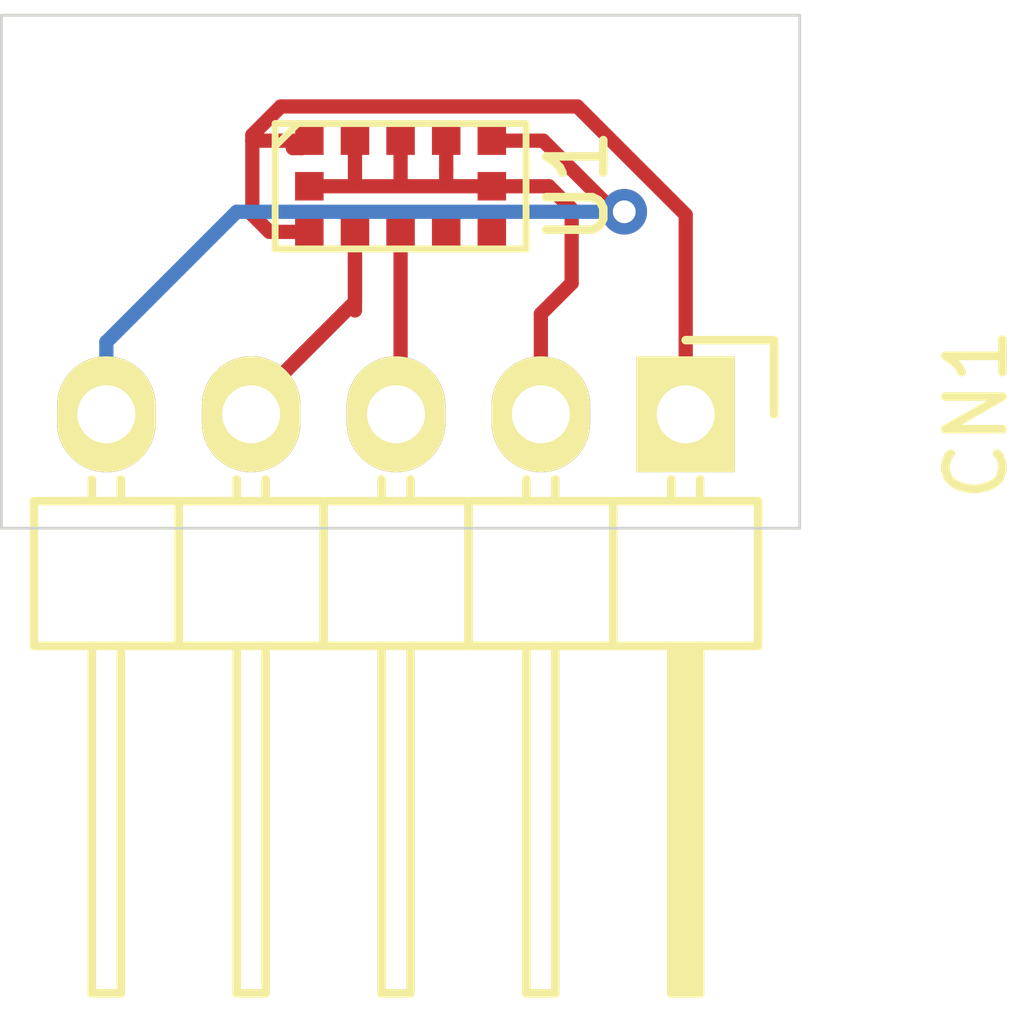
<source format=kicad_pcb>
(kicad_pcb (version 20171130) (host pcbnew 5.1.5-52549c5~84~ubuntu18.04.1)

  (general
    (thickness 1.6)
    (drawings 4)
    (tracks 39)
    (zones 0)
    (modules 2)
    (nets 6)
  )

  (page A4)
  (layers
    (0 F.Cu signal)
    (31 B.Cu signal)
    (32 B.Adhes user)
    (33 F.Adhes user)
    (34 B.Paste user)
    (35 F.Paste user)
    (36 B.SilkS user)
    (37 F.SilkS user)
    (38 B.Mask user)
    (39 F.Mask user)
    (40 Dwgs.User user)
    (41 Cmts.User user)
    (42 Eco1.User user)
    (43 Eco2.User user)
    (44 Edge.Cuts user)
    (45 Margin user)
    (46 B.CrtYd user)
    (47 F.CrtYd user)
    (48 B.Fab user)
    (49 F.Fab user)
  )

  (setup
    (last_trace_width 0.25)
    (trace_clearance 0.2)
    (zone_clearance 0.508)
    (zone_45_only no)
    (trace_min 0.2)
    (via_size 0.8)
    (via_drill 0.4)
    (via_min_size 0.4)
    (via_min_drill 0.3)
    (uvia_size 0.3)
    (uvia_drill 0.1)
    (uvias_allowed no)
    (uvia_min_size 0.2)
    (uvia_min_drill 0.1)
    (edge_width 0.05)
    (segment_width 0.2)
    (pcb_text_width 0.3)
    (pcb_text_size 1.5 1.5)
    (mod_edge_width 0.12)
    (mod_text_size 1 1)
    (mod_text_width 0.15)
    (pad_size 1.524 1.524)
    (pad_drill 0.762)
    (pad_to_mask_clearance 0.051)
    (solder_mask_min_width 0.25)
    (aux_axis_origin 0 0)
    (grid_origin 180.9 112)
    (visible_elements FFFFFF7F)
    (pcbplotparams
      (layerselection 0x010fc_ffffffff)
      (usegerberextensions false)
      (usegerberattributes false)
      (usegerberadvancedattributes false)
      (creategerberjobfile false)
      (excludeedgelayer true)
      (linewidth 0.100000)
      (plotframeref false)
      (viasonmask false)
      (mode 1)
      (useauxorigin false)
      (hpglpennumber 1)
      (hpglpenspeed 20)
      (hpglpendiameter 15.000000)
      (psnegative false)
      (psa4output false)
      (plotreference true)
      (plotvalue true)
      (plotinvisibletext false)
      (padsonsilk false)
      (subtractmaskfromsilk false)
      (outputformat 1)
      (mirror false)
      (drillshape 1)
      (scaleselection 1)
      (outputdirectory ""))
  )

  (net 0 "")
  (net 1 +3V3)
  (net 2 GND)
  (net 3 /SDA)
  (net 4 /SCL)
  (net 5 /XSHUT)

  (net_class Default "This is the default net class."
    (clearance 0.2)
    (trace_width 0.25)
    (via_dia 0.8)
    (via_drill 0.4)
    (uvia_dia 0.3)
    (uvia_drill 0.1)
    (add_net +3V3)
    (add_net /SCL)
    (add_net /SDA)
    (add_net /XSHUT)
    (add_net GND)
  )

  (module IC_sensor:VL53L0X (layer F.Cu) (tedit 5E321F88) (tstamp 5E323461)
    (at 181 106 90)
    (descr "Time-of-Flight (ToF) ranging sensor ")
    (tags "Time-of-Flight (ToF) ranging sensor ")
    (path /5E3221B0)
    (fp_text reference U1 (at 0 3.1 90) (layer F.SilkS)
      (effects (font (size 1 1) (thickness 0.15)))
    )
    (fp_text value VL53L0X (at 0 -0.5 90) (layer F.Fab)
      (effects (font (size 1 1) (thickness 0.15)))
    )
    (fp_line (start 1.1 -1.8) (end 0.7 -2.2) (layer F.SilkS) (width 0.12))
    (fp_line (start -1.1 2.2) (end -1.1 -2.2) (layer F.SilkS) (width 0.12))
    (fp_line (start 1.1 2.2) (end -1.1 2.2) (layer F.SilkS) (width 0.12))
    (fp_line (start 1.1 -2.2) (end 1.1 2.2) (layer F.SilkS) (width 0.12))
    (fp_line (start -1.1 -2.2) (end 1.1 -2.2) (layer F.SilkS) (width 0.12))
    (pad 1 smd rect (at 0.67 -1.89 90) (size 0.25 0.08) (layers F.Cu F.Paste F.Mask)
      (net 1 +3V3))
    (pad 12 smd rect (at 0 -1.6 90) (size 0.5 0.5) (layers F.Cu F.Paste F.Mask)
      (net 2 GND))
    (pad 11 smd rect (at -0.8 -1.6 90) (size 0.5 0.5) (layers F.Cu F.Paste F.Mask)
      (net 1 +3V3))
    (pad 10 smd rect (at -0.8 -0.8 90) (size 0.5 0.5) (layers F.Cu F.Paste F.Mask)
      (net 4 /SCL))
    (pad 9 smd rect (at -0.8 0 90) (size 0.5 0.5) (layers F.Cu F.Paste F.Mask)
      (net 3 /SDA))
    (pad 8 smd rect (at -0.8 0.8 90) (size 0.5 0.5) (layers F.Cu F.Paste F.Mask))
    (pad 7 smd rect (at -0.8 1.6 90) (size 0.5 0.5) (layers F.Cu F.Paste F.Mask))
    (pad 6 smd rect (at 0 1.6 90) (size 0.5 0.5) (layers F.Cu F.Paste F.Mask)
      (net 2 GND))
    (pad 5 smd rect (at 0.8 1.6 90) (size 0.5 0.5) (layers F.Cu F.Paste F.Mask)
      (net 5 /XSHUT))
    (pad 4 smd rect (at 0.8 0.8 90) (size 0.5 0.5) (layers F.Cu F.Paste F.Mask)
      (net 2 GND))
    (pad 3 smd rect (at 0.8 0 90) (size 0.5 0.5) (layers F.Cu F.Paste F.Mask)
      (net 2 GND))
    (pad 2 smd rect (at 0.8 -0.8 90) (size 0.5 0.5) (layers F.Cu F.Paste F.Mask)
      (net 2 GND))
    (pad 1 smd rect (at 0.8 -1.6 90) (size 0.5 0.5) (layers F.Cu F.Paste F.Mask)
      (net 1 +3V3))
    (model ${KISYS3DMOD}/IC_sensor/VL53L0X.step
      (offset (xyz 0 0 0.37))
      (scale (xyz 1 1 1))
      (rotate (xyz 0 0 -90))
    )
  )

  (module CON_wuerth:WR-PHD_61300511021 (layer F.Cu) (tedit 5E32296F) (tstamp 5E3243CA)
    (at 186 110 270)
    (descr "WR PHD THT angled pin header 1x5")
    (tags "WR PHD THT angled pin header 1x5")
    (path /5E32414A)
    (fp_text reference CN1 (at 0 -5.1 90) (layer F.SilkS)
      (effects (font (size 1 1) (thickness 0.15)))
    )
    (fp_text value CONN_01X05 (at 0 -3.1 90) (layer F.Fab)
      (effects (font (size 1 1) (thickness 0.15)))
    )
    (fp_line (start 1.524 6.35) (end 4.064 6.35) (layer F.SilkS) (width 0.15))
    (fp_line (start 1.524 6.35) (end 1.524 8.89) (layer F.SilkS) (width 0.15))
    (fp_line (start 1.524 8.89) (end 4.064 8.89) (layer F.SilkS) (width 0.15))
    (fp_line (start 4.064 7.366) (end 10.16 7.366) (layer F.SilkS) (width 0.15))
    (fp_line (start 10.16 7.366) (end 10.16 7.874) (layer F.SilkS) (width 0.15))
    (fp_line (start 10.16 7.874) (end 4.064 7.874) (layer F.SilkS) (width 0.15))
    (fp_line (start 4.064 8.89) (end 4.064 6.35) (layer F.SilkS) (width 0.15))
    (fp_line (start 4.064 11.43) (end 4.064 8.89) (layer F.SilkS) (width 0.15))
    (fp_line (start 10.16 10.414) (end 4.064 10.414) (layer F.SilkS) (width 0.15))
    (fp_line (start 10.16 9.906) (end 10.16 10.414) (layer F.SilkS) (width 0.15))
    (fp_line (start 4.064 9.906) (end 10.16 9.906) (layer F.SilkS) (width 0.15))
    (fp_line (start 1.524 11.43) (end 4.064 11.43) (layer F.SilkS) (width 0.15))
    (fp_line (start 1.524 8.89) (end 1.524 11.43) (layer F.SilkS) (width 0.15))
    (fp_line (start 1.524 8.89) (end 4.064 8.89) (layer F.SilkS) (width 0.15))
    (fp_line (start 1.524 1.27) (end 4.064 1.27) (layer F.SilkS) (width 0.15))
    (fp_line (start 1.524 1.27) (end 1.524 3.81) (layer F.SilkS) (width 0.15))
    (fp_line (start 1.524 3.81) (end 4.064 3.81) (layer F.SilkS) (width 0.15))
    (fp_line (start 4.064 2.286) (end 10.16 2.286) (layer F.SilkS) (width 0.15))
    (fp_line (start 10.16 2.286) (end 10.16 2.794) (layer F.SilkS) (width 0.15))
    (fp_line (start 10.16 2.794) (end 4.064 2.794) (layer F.SilkS) (width 0.15))
    (fp_line (start 4.064 3.81) (end 4.064 1.27) (layer F.SilkS) (width 0.15))
    (fp_line (start 4.064 6.35) (end 4.064 3.81) (layer F.SilkS) (width 0.15))
    (fp_line (start 10.16 5.334) (end 4.064 5.334) (layer F.SilkS) (width 0.15))
    (fp_line (start 10.16 4.826) (end 10.16 5.334) (layer F.SilkS) (width 0.15))
    (fp_line (start 4.064 4.826) (end 10.16 4.826) (layer F.SilkS) (width 0.15))
    (fp_line (start 1.524 6.35) (end 4.064 6.35) (layer F.SilkS) (width 0.15))
    (fp_line (start 1.524 3.81) (end 1.524 6.35) (layer F.SilkS) (width 0.15))
    (fp_line (start 1.524 3.81) (end 4.064 3.81) (layer F.SilkS) (width 0.15))
    (fp_line (start 1.524 -1.27) (end 4.064 -1.27) (layer F.SilkS) (width 0.15))
    (fp_line (start 1.524 -1.27) (end 1.524 1.27) (layer F.SilkS) (width 0.15))
    (fp_line (start 1.524 1.27) (end 4.064 1.27) (layer F.SilkS) (width 0.15))
    (fp_line (start 4.064 -0.254) (end 10.16 -0.254) (layer F.SilkS) (width 0.15))
    (fp_line (start 10.16 -0.254) (end 10.16 0.254) (layer F.SilkS) (width 0.15))
    (fp_line (start 10.16 0.254) (end 4.064 0.254) (layer F.SilkS) (width 0.15))
    (fp_line (start 4.064 1.27) (end 4.064 -1.27) (layer F.SilkS) (width 0.15))
    (fp_line (start 1.524 9.906) (end 1.143 9.906) (layer F.SilkS) (width 0.15))
    (fp_line (start 1.524 10.414) (end 1.143 10.414) (layer F.SilkS) (width 0.15))
    (fp_line (start 1.524 7.874) (end 1.143 7.874) (layer F.SilkS) (width 0.15))
    (fp_line (start 1.524 7.366) (end 1.143 7.366) (layer F.SilkS) (width 0.15))
    (fp_line (start 1.524 5.334) (end 1.143 5.334) (layer F.SilkS) (width 0.15))
    (fp_line (start 1.524 4.826) (end 1.143 4.826) (layer F.SilkS) (width 0.15))
    (fp_line (start 1.524 2.794) (end 1.143 2.794) (layer F.SilkS) (width 0.15))
    (fp_line (start 1.524 2.286) (end 1.143 2.286) (layer F.SilkS) (width 0.15))
    (fp_line (start 1.524 0.254) (end 1.143 0.254) (layer F.SilkS) (width 0.15))
    (fp_line (start 1.524 -0.254) (end 1.143 -0.254) (layer F.SilkS) (width 0.15))
    (fp_line (start 4.191 0) (end 10.033 0) (layer F.SilkS) (width 0.15))
    (fp_line (start 4.191 0.127) (end 4.191 0) (layer F.SilkS) (width 0.15))
    (fp_line (start 10.033 0.127) (end 4.191 0.127) (layer F.SilkS) (width 0.15))
    (fp_line (start 10.033 -0.127) (end 10.033 0.127) (layer F.SilkS) (width 0.15))
    (fp_line (start 4.191 -0.127) (end 10.033 -0.127) (layer F.SilkS) (width 0.15))
    (fp_line (start 0 -1.55) (end -1.3 -1.55) (layer F.SilkS) (width 0.15))
    (fp_line (start -1.3 -1.55) (end -1.3 0) (layer F.SilkS) (width 0.15))
    (fp_line (start -1.5 11.95) (end 10.65 11.95) (layer F.CrtYd) (width 0.05))
    (fp_line (start -1.5 -1.75) (end 10.65 -1.75) (layer F.CrtYd) (width 0.05))
    (fp_line (start 10.65 -1.75) (end 10.65 11.95) (layer F.CrtYd) (width 0.05))
    (fp_line (start -1.5 -1.75) (end -1.5 11.95) (layer F.CrtYd) (width 0.05))
    (pad 5 thru_hole oval (at 0 10.16 270) (size 2.032 1.7272) (drill 1.016) (layers *.Cu *.Mask F.SilkS)
      (net 5 /XSHUT))
    (pad 4 thru_hole oval (at 0 7.62 270) (size 2.032 1.7272) (drill 1.016) (layers *.Cu *.Mask F.SilkS)
      (net 4 /SCL))
    (pad 3 thru_hole oval (at 0 5.08 270) (size 2.032 1.7272) (drill 1.016) (layers *.Cu *.Mask F.SilkS)
      (net 3 /SDA))
    (pad 2 thru_hole oval (at 0 2.54 270) (size 2.032 1.7272) (drill 1.016) (layers *.Cu *.Mask F.SilkS)
      (net 2 GND))
    (pad 1 thru_hole rect (at 0 0 270) (size 2.032 1.7272) (drill 1.016) (layers *.Cu *.Mask F.SilkS)
      (net 1 +3V3))
    (model ${KISYS3DMOD}/CON_wuerth/61300511021_Download_STP_61300511021_rev1.stp
      (offset (xyz 2.54 -5.08 1.5))
      (scale (xyz 1 1 1))
      (rotate (xyz 90 0 90))
    )
  )

  (gr_line (start 174 103) (end 174 112) (layer Edge.Cuts) (width 0.05) (tstamp 5E3237BD))
  (gr_line (start 188 103) (end 174 103) (layer Edge.Cuts) (width 0.05))
  (gr_line (start 188 112) (end 188 103) (layer Edge.Cuts) (width 0.05))
  (gr_line (start 174 112) (end 188 112) (layer Edge.Cuts) (width 0.05))

  (segment (start 179.4 106.8) (end 179.3 106.8) (width 0.25) (layer F.Cu) (net 1) (status 30))
  (segment (start 178.9 104.6) (end 184.1 104.6) (width 0.25) (layer F.Cu) (net 1))
  (segment (start 186 106.5) (end 186 110) (width 0.25) (layer F.Cu) (net 1) (status 20))
  (segment (start 184.1 104.6) (end 186 106.5) (width 0.25) (layer F.Cu) (net 1))
  (segment (start 179.4 106.8) (end 178.7 106.8) (width 0.25) (layer F.Cu) (net 1) (status 10))
  (segment (start 178.7 106.8) (end 178.4 106.5) (width 0.25) (layer F.Cu) (net 1))
  (segment (start 178.4 105.1) (end 178.9 104.6) (width 0.25) (layer F.Cu) (net 1))
  (segment (start 179.4 105.2) (end 178.4 105.2) (width 0.25) (layer F.Cu) (net 1) (status 10))
  (segment (start 178.4 106.5) (end 178.4 105.2) (width 0.25) (layer F.Cu) (net 1))
  (segment (start 178.4 105.2) (end 178.4 105.1) (width 0.25) (layer F.Cu) (net 1))
  (segment (start 179.27 105.33) (end 179.4 105.2) (width 0.25) (layer F.Cu) (net 1) (status 30))
  (segment (start 179.11 105.33) (end 179.27 105.33) (width 0.25) (layer F.Cu) (net 1) (status 30))
  (segment (start 182.6 106) (end 183.6 106) (width 0.25) (layer F.Cu) (net 2) (status 10))
  (segment (start 183.6 106) (end 184 106.4) (width 0.25) (layer F.Cu) (net 2))
  (segment (start 184 106.4) (end 184 107.7) (width 0.25) (layer F.Cu) (net 2))
  (segment (start 183.46 108.24) (end 183.46 110) (width 0.25) (layer F.Cu) (net 2) (status 20))
  (segment (start 184 107.7) (end 183.46 108.24) (width 0.25) (layer F.Cu) (net 2))
  (segment (start 180.2 105.2) (end 180.2 106) (width 0.25) (layer F.Cu) (net 2) (status 10))
  (segment (start 179.4 106) (end 180.2 106) (width 0.25) (layer F.Cu) (net 2) (status 10))
  (segment (start 181 105.2) (end 181 106) (width 0.25) (layer F.Cu) (net 2) (status 10))
  (segment (start 180.2 106) (end 181 106) (width 0.25) (layer F.Cu) (net 2))
  (segment (start 181.8 105.2) (end 181.8 105.7) (width 0.25) (layer F.Cu) (net 2) (status 10))
  (segment (start 181 106) (end 181.8 106) (width 0.25) (layer F.Cu) (net 2))
  (segment (start 181.8 105.7) (end 181.8 106) (width 0.25) (layer F.Cu) (net 2))
  (segment (start 181.8 106) (end 182.6 106) (width 0.25) (layer F.Cu) (net 2) (status 20))
  (segment (start 181 109.92) (end 180.92 110) (width 0.25) (layer F.Cu) (net 3) (status 30))
  (segment (start 181 106.8) (end 181 109.92) (width 0.25) (layer F.Cu) (net 3) (status 30))
  (segment (start 180.2 106.8) (end 180.2 108.18) (width 0.25) (layer F.Cu) (net 4) (status 10))
  (segment (start 180.2 108.0276) (end 180.2 107.3) (width 0.25) (layer F.Cu) (net 4))
  (segment (start 180.2 107.3) (end 180.2 106.8) (width 0.25) (layer F.Cu) (net 4) (status 20))
  (segment (start 178.38 109.8476) (end 180.2 108.0276) (width 0.25) (layer F.Cu) (net 4) (status 10))
  (segment (start 178.38 110) (end 178.38 109.8476) (width 0.25) (layer F.Cu) (net 4) (status 30))
  (segment (start 182.6 105.2) (end 183.5 105.2) (width 0.25) (layer F.Cu) (net 5))
  (via (at 184.922571 106.447876) (size 0.8) (drill 0.4) (layers F.Cu B.Cu) (net 5))
  (segment (start 183.5 105.2) (end 184.747876 106.447876) (width 0.25) (layer F.Cu) (net 5))
  (segment (start 184.747876 106.447876) (end 184.922571 106.447876) (width 0.25) (layer F.Cu) (net 5))
  (segment (start 175.84 108.734) (end 175.84 110) (width 0.25) (layer B.Cu) (net 5))
  (segment (start 178.126124 106.447876) (end 175.84 108.734) (width 0.25) (layer B.Cu) (net 5))
  (segment (start 184.922571 106.447876) (end 178.126124 106.447876) (width 0.25) (layer B.Cu) (net 5))

)

</source>
